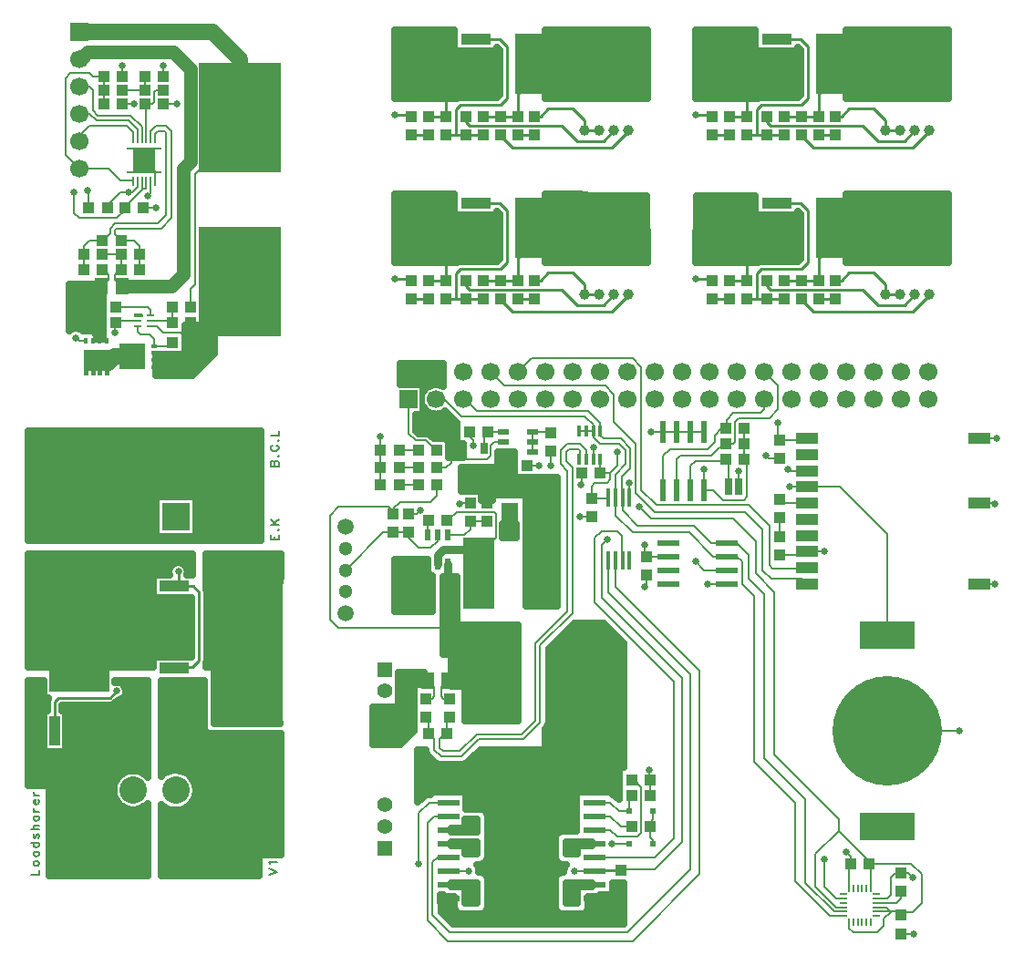
<source format=gtl>
G04 DipTrace 3.0.0.1*
G04 panel.GTL*
%MOIN*%
G04 #@! TF.FileFunction,Copper,L1,Top*
G04 #@! TF.Part,Single*
%AMOUTLINE0*
4,1,16,
-0.047244,0.045472,
0.047244,0.045472,
0.047244,-0.045472,
0.029528,-0.045472,
0.029528,-0.029331,
0.021654,-0.029331,
0.021654,-0.045472,
0.003937,-0.045472,
0.003937,-0.029331,
-0.003937,-0.029331,
-0.003937,-0.045472,
-0.021654,-0.045472,
-0.021654,-0.029331,
-0.029528,-0.029331,
-0.029528,-0.045472,
-0.047244,-0.045472,
-0.047244,0.045472,
0*%
%AMOUTLINE3*
4,1,16,
0.045472,0.047244,
0.045472,-0.047244,
-0.045472,-0.047244,
-0.045472,-0.029528,
-0.029331,-0.029528,
-0.029331,-0.021654,
-0.045472,-0.021654,
-0.045472,-0.003937,
-0.029331,-0.003937,
-0.029331,0.003937,
-0.045472,0.003937,
-0.045472,0.021654,
-0.029331,0.021654,
-0.029331,0.029528,
-0.045472,0.029528,
-0.045472,0.047244,
0.045472,0.047244,
0*%
%AMOUTLINE6*
4,1,12,
0.059055,0.244094,
0.137795,0.244094,
0.137795,-0.244094,
0.059055,-0.244094,
0.059055,-0.314961,
-0.059055,-0.314961,
-0.059055,-0.244094,
-0.137795,-0.244094,
-0.137795,0.244094,
-0.059055,0.244094,
-0.059055,0.314961,
0.059055,0.314961,
0.059055,0.244094,
0*%
%AMOUTLINE9*
4,1,12,
0.064961,0.048228,
0.064961,0.038386,
0.038386,0.038386,
0.038386,-0.038386,
0.064961,-0.038386,
0.064961,-0.048228,
-0.064961,-0.048228,
-0.064961,-0.038386,
-0.038386,-0.038386,
-0.038386,0.038386,
-0.064961,0.038386,
-0.064961,0.048228,
0.064961,0.048228,
0*%
%AMOUTLINE12*
4,1,5,
0.016732,-0.005512,
-0.016732,-0.005512,
-0.016732,0.005512,
0.012795,0.005512,
0.016732,0.001575,
0.016732,-0.005512,
0*%
G04 #@! TA.AperFunction,Conductor*
%ADD14C,0.008*%
%ADD15C,0.02*%
%ADD16C,0.01*%
G04 #@! TA.AperFunction,CopperBalancing*
%ADD17C,0.025*%
G04 #@! TA.AperFunction,Conductor*
%ADD18C,0.03*%
%ADD19C,0.05*%
%ADD20C,0.007874*%
%ADD21C,0.06*%
%ADD23C,0.4*%
%ADD24R,0.2X0.1*%
%ADD25R,0.043307X0.03937*%
%ADD26R,0.03937X0.043307*%
%ADD28R,0.177165X0.082677*%
%ADD29R,0.051181X0.059055*%
%ADD30R,0.062992X0.070866*%
%ADD32R,0.023622X0.023622*%
%ADD33R,0.111024X0.061811*%
G04 #@! TA.AperFunction,ComponentPad*
%ADD34R,0.1X0.1*%
%ADD35C,0.1*%
%ADD36C,0.055118*%
%ADD37R,0.055118X0.055118*%
%ADD38C,0.03937*%
%ADD39R,0.066929X0.066929*%
%ADD40C,0.066929*%
%ADD41R,0.3X0.4*%
%ADD42R,0.03X0.06*%
%ADD43R,0.112205X0.259843*%
%ADD46R,0.108268X0.03937*%
%ADD47R,0.242126X0.218504*%
%ADD49R,0.025591X0.041339*%
%ADD51R,0.03937X0.108268*%
%ADD52R,0.218504X0.242126*%
%ADD55R,0.017717X0.024803*%
%ADD56R,0.024803X0.017717*%
G04 #@! TA.AperFunction,ComponentPad*
%ADD57C,0.051181*%
%ADD58C,0.059055*%
%ADD60R,0.023622X0.043307*%
%ADD61R,0.07874X0.023622*%
%ADD63R,0.043307X0.023622*%
%ADD64R,0.023622X0.07874*%
%ADD66O,0.007874X0.027559*%
%ADD67O,0.027559X0.007874*%
%ADD70R,0.07874X0.03937*%
%ADD71R,0.015748X0.070866*%
%ADD73R,0.017717X0.03937*%
%ADD76O,0.007874X0.033465*%
%ADD78R,0.029528X0.011024*%
%ADD174OUTLINE0*%
%ADD177OUTLINE3*%
%ADD180OUTLINE6*%
%ADD183OUTLINE9*%
%ADD186OUTLINE12*%
%FSLAX26Y26*%
G04*
G70*
G90*
G75*
G01*
G04 Top*
%LPD*%
X1925444Y2160631D2*
D14*
X1960730D1*
X1979478Y2179379D1*
Y2216879D1*
X1993472Y2230874D1*
X2023340D1*
X2170110Y2254354D2*
X2135703D1*
X2123228Y2241879D1*
Y2204381D1*
X2110728Y2191881D1*
X2035728D1*
X2023340Y2204269D1*
Y2230874D1*
X1823228Y2510630D2*
X1923228D1*
X1823228D2*
D15*
X1854478D1*
X1873228Y2491879D1*
Y2360630D1*
X1898228Y2335630D1*
X1948228D1*
X1979478Y2304381D1*
Y2279379D1*
Y2244869D1*
X1993472Y2230874D1*
X1948228Y2316879D2*
Y2335630D1*
X1985728Y2279379D2*
X1979478D1*
X965879Y1726475D2*
D16*
X1035222D1*
X1056234Y1705463D1*
Y1455463D1*
X1031234Y1430463D1*
X965879D1*
Y1426476D1*
X981234Y1780465D2*
Y1726475D1*
X965879D1*
X528970Y1196357D2*
Y1303199D1*
X543734Y1317963D1*
X731234D1*
X756234Y1342963D1*
X2503488Y685451D2*
D14*
X2429656D1*
X2041979D2*
X1968055D1*
X1860728Y710630D2*
Y898130D1*
X1898228Y935630D1*
X1967877D1*
X1968055Y935451D1*
X2503488Y685451D2*
X2595836D1*
X2598228Y687844D1*
X2505881D1*
X2503488Y685451D1*
X2548228Y1898130D2*
X2529478Y1879379D1*
Y1685630D1*
X2823228Y1391879D1*
Y791881D1*
X2723228Y691881D1*
X2602265D1*
X2598228Y687844D1*
X1721014Y2223131D2*
Y2160631D1*
Y2098131D2*
Y2160631D1*
Y2223131D2*
Y2273131D1*
X2048240Y2031543D2*
X2010727D1*
Y2029381D1*
X2194243Y1998131D2*
D17*
X2179478Y2012896D1*
X2194243Y1998131D2*
X2179478Y1983366D1*
Y1941879D1*
X2194243Y1998131D2*
X2210728Y1981646D1*
Y1941879D1*
X2475394Y1385630D2*
D14*
X2516979Y1344045D1*
Y1310630D1*
Y1279379D1*
Y1248130D1*
X2485728D1*
Y1279381D1*
Y1310630D1*
X2454479D1*
Y1279381D1*
Y1248130D1*
X2423228D1*
Y1279381D1*
Y1310630D1*
X1892081Y1660525D2*
X1891975Y1660631D1*
X1848228D1*
X1810727D1*
X1848228D2*
Y1698130D1*
Y1735630D1*
Y1773130D1*
Y1810630D1*
X1810728D1*
Y1773130D1*
Y1735630D1*
Y1698130D1*
X1810727D1*
X2179479Y1910629D2*
X2179478Y1941879D1*
X2210728D2*
Y1910629D1*
X2256713Y2166874D2*
X2298222D1*
X2342009Y2220891D2*
X2341979D1*
Y2166881D1*
X2498524Y2190698D2*
X2498228D1*
Y2235630D1*
X2045997Y2291831D2*
Y2275361D1*
X2060728Y2260630D1*
Y2241881D1*
X2491979Y1981201D2*
X2448228D1*
X2456299Y2141881D2*
Y2099951D1*
X2454478Y2098130D1*
X2706693Y960630D2*
Y1016879D1*
X2704478D1*
Y1054381D1*
X2754478Y2291929D2*
X2804478D1*
X2854478D1*
X2904478D1*
X2754478D2*
Y2291881D1*
X2710728D1*
X3029609Y2091833D2*
X3029478D1*
Y2148130D1*
X3179621Y2193676D2*
X3140181D1*
X3129478Y2204379D1*
X3179621Y1841811D2*
X3267974D1*
X3279631Y1853469D1*
X3342890D1*
X3341978Y1854381D1*
X3573228Y1198130D2*
X3835728D1*
X1823227Y1990059D2*
X1852656D1*
X1866978Y2004381D1*
X2691978Y1768701D2*
Y1729379D1*
X2685728Y1723130D1*
X2630364Y2049803D2*
Y2103495D1*
X2629479Y2104379D1*
X2985827Y1735630D2*
X2916979D1*
X3279631Y2148744D2*
X3216364D1*
X3210728Y2154379D1*
X3909552Y2266854D2*
X3973202D1*
X3909552Y2030634D2*
X3965726D1*
X3966979Y2029381D1*
X3909552Y1735358D2*
X3966706Y1735630D1*
X3623228Y677559D2*
X3602657D1*
X3585728Y660630D1*
Y598130D1*
X3571850Y584252D1*
X3534252D1*
X3433858Y621654D2*
Y704724D1*
X3439764Y710630D1*
X3412205Y584252D2*
X3387108D1*
X3341979Y629381D1*
Y729379D1*
X3439764Y710630D2*
Y737845D1*
X3423228Y754381D1*
X3623228Y677559D2*
X3650049D1*
X3666978Y660630D1*
X3623228Y456201D2*
X3668799D1*
X1968055Y735451D2*
X1929301D1*
X1910728Y716879D1*
Y523130D1*
X1973228Y460630D1*
X2623228D1*
X2854478Y691879D1*
Y1404381D1*
X2554478Y1704381D1*
Y1822343D1*
X2553592Y1821457D1*
X2579182D2*
Y1723425D1*
X2885728Y1416879D1*
Y673129D1*
X2641979Y429379D1*
X1966979D1*
X1891978Y504381D1*
Y860630D1*
X1916799Y885451D1*
X1968055D1*
X2503488Y735451D2*
X2723050D1*
X2791978Y804379D1*
Y1379381D1*
X2504478Y1666881D1*
Y1904378D1*
X2529479Y1929379D1*
X2585730D1*
X2604478Y1910631D1*
Y1821752D1*
X2604773Y1821457D1*
X2854478Y2079331D2*
Y2166879D1*
X2873228Y2185630D1*
X2977241D1*
X2983496Y2191885D1*
X2992109Y2091833D2*
Y2183272D1*
X2983496Y2191885D1*
X2503488Y835451D2*
X2560907D1*
X2585728Y810630D1*
X2660728D1*
X2673228Y823130D1*
Y991879D1*
X2648228Y1016879D1*
X2639764D1*
X1858514Y2098131D2*
X1787944D1*
X3534252Y568504D2*
X3606102D1*
X3623228Y585630D1*
Y610630D1*
X3566916Y2793714D2*
D16*
Y2829689D1*
X3521640Y2874965D1*
X3434140D1*
X3405105Y2845929D1*
X3384140D1*
X3566916Y2793714D2*
X3620066D1*
X2934140Y2845929D2*
Y2849965D1*
X2871640D1*
X1892083Y1913776D2*
D14*
Y1962895D1*
X1896013Y1966825D1*
X1929484Y1807476D2*
D18*
Y1841887D1*
X1948228Y1860631D1*
X2073228D1*
Y1773130D1*
X2079478D1*
X1962942Y1966825D2*
D14*
X1966923D1*
X1998228Y1998131D1*
X2135726D1*
X2141978Y1991879D1*
Y1904381D1*
X2098227Y1860630D1*
Y1773130D1*
X2079478D1*
X1823227Y1923130D2*
X1766978D1*
X1929484Y1913776D2*
X1929478Y1913769D1*
Y1891879D1*
X1904479Y1866881D1*
X1860727D1*
X1823227Y1904381D1*
Y1923130D1*
X1591978Y1785630D2*
X1729478Y1923130D1*
X1766978D1*
X2048240Y1964614D2*
X2110747D1*
X1966886Y1913776D2*
X2026374D1*
X2048240Y1935642D1*
Y1964614D1*
X3726365Y2793714D2*
D16*
Y2792188D1*
X3665391Y2731214D1*
X3302891D1*
X3259140Y2774965D1*
Y2779000D1*
X3134140Y2845929D2*
Y2824965D1*
X3146640Y2812465D1*
X3484139D1*
X3540390Y2756214D1*
X3635715D1*
X3673215Y2793714D1*
X1885730Y1315503D2*
D14*
X1909350D1*
X1916978Y1323130D1*
Y1357138D1*
X1892079Y1382037D1*
X1962945Y1188287D2*
Y1238289D1*
X1973230Y1248573D1*
X1962945Y1188287D2*
X1957136D1*
X1935728Y1166879D1*
Y1135630D1*
X1948228Y1123130D1*
X2010728D1*
X2073228Y1185630D1*
X2235728D1*
X2285728Y1235630D1*
Y1516881D1*
X2404478Y1635630D1*
Y2148130D1*
X2379478Y2173130D1*
Y2223129D1*
X2404479Y2248130D1*
X2448228D1*
X2473228Y2223130D1*
Y2190993D1*
X2472933Y2190698D1*
X1896016Y1188287D2*
Y1238287D1*
X1885730Y1248573D1*
X1896016Y1188287D2*
Y1187841D1*
X1916978Y1166879D1*
Y1129381D1*
X1941978Y1104381D1*
X2016979D1*
X2079479Y1166881D1*
X2241979D1*
X2304478Y1229379D1*
Y1510629D1*
X2423228Y1629379D1*
Y2160630D1*
X2398228Y2185630D1*
Y2216879D1*
X2410728Y2229379D1*
X2441979D1*
X2448228Y2223130D1*
Y2191584D1*
X2447343Y2190698D1*
X1823228Y2410630D2*
Y2285630D1*
X1848228Y2260630D1*
X1885728D1*
X1923228Y2223130D1*
Y2225346D1*
X1925444Y2223131D1*
X2996640Y2779000D2*
D16*
X2934140D1*
X3321640D2*
X3384140D1*
X3059140Y2845929D2*
Y2899965D1*
X3106877Y2947701D1*
X3168786D1*
X2996640Y2845929D2*
X3059140D1*
X2466916Y2793714D2*
Y2829689D1*
X2421640Y2874965D1*
X2334140D1*
X2305105Y2845929D1*
X2284140D1*
X2466916Y2793714D2*
X2520066D1*
X1834140Y2845929D2*
Y2849965D1*
X1771640D1*
X2626365Y2793714D2*
Y2792188D1*
X2565391Y2731214D1*
X2202891D1*
X2159140Y2774965D1*
Y2779000D1*
X2034140Y2845929D2*
Y2824965D1*
X2046640Y2812465D1*
X2384139D1*
X2440390Y2756214D1*
X2535715D1*
X2573215Y2793714D1*
X1896640Y2779000D2*
X1834140D1*
X2716535Y785630D2*
D14*
Y798573D1*
X2706693Y808416D1*
Y848130D1*
Y862844D1*
X2716979Y873130D1*
Y903937D1*
X2716535Y904381D1*
X2629921D2*
Y950787D1*
X2639764Y960630D1*
X2629921Y904381D2*
X2591978D1*
X2560907Y935451D1*
X2503488D1*
Y885451D2*
X2560907D1*
X2598228Y848130D1*
X2639764D1*
X2221640Y2779000D2*
D16*
X2284140D1*
X1973230Y1315503D2*
D14*
X1949605D1*
X1941978Y1323130D1*
Y1357133D1*
X1966882Y1382037D1*
X1968055Y635451D2*
X2035550D1*
X2035728Y635630D1*
X2066978D1*
Y604381D1*
Y573130D1*
X2035728Y635630D2*
Y604381D1*
Y573130D1*
X2503488Y635451D2*
X2435907D1*
X2435728Y635630D1*
X2404478D1*
X2435728D2*
Y604381D1*
Y573130D1*
X2404478Y635630D2*
Y604381D1*
Y573130D1*
X2404479D1*
X2116978Y1241879D2*
X2148228D1*
X1966886Y1807476D2*
D18*
Y1752063D1*
X1962949Y1748126D1*
X1966885Y1660525D2*
D14*
X1960728Y1654369D1*
Y1579379D1*
X1954479Y1573130D1*
X1566979D1*
X1535728Y1604381D1*
Y1985630D1*
X1566979Y2016881D1*
X1748228D1*
X1766978Y1998131D1*
Y1990059D1*
Y1998131D2*
Y2010629D1*
X1791979Y2035630D1*
X1904478D1*
X1925444Y2056596D1*
Y2098131D1*
X2629921Y785630D2*
X2566978D1*
X1959140Y2845929D2*
D16*
Y2899965D1*
X2006877Y2947701D1*
X2068786D1*
X1896640Y2845929D2*
X1959140D1*
X2112927Y2291831D2*
D14*
X2098143Y2277047D1*
Y2230874D1*
X2112927Y2291831D2*
X2113001Y2291756D1*
X2170110D1*
X2276409Y2216953D2*
Y2254354D1*
Y2291756D1*
X2338073D1*
X2342009Y2287820D1*
X2096640Y2779000D2*
D16*
X2071640D1*
X2034140D1*
X1996640D1*
X1959140D1*
X2068786Y3127228D2*
X2156877D1*
X2184140Y3099965D1*
Y2912465D1*
X2159140Y2887465D1*
X2013747D1*
X1996640Y2870358D1*
Y2779000D1*
X2221640Y2845929D2*
Y2926539D1*
X2332566Y3037465D1*
X2221640Y2845929D2*
X2159140D1*
X2096640D1*
X3566916Y3393714D2*
Y3429689D1*
X3521640Y3474965D1*
X3434140D1*
X3405105Y3445929D1*
X3384140D1*
X3566916Y3393714D2*
X3620066D1*
X2934140Y3445929D2*
Y3449965D1*
X2871640D1*
X3726365Y3393714D2*
Y3392188D1*
X3665391Y3331214D1*
X3302891D1*
X3259140Y3374965D1*
Y3379000D1*
X3134140Y3445929D2*
Y3424965D1*
X3146640Y3412465D1*
X3484139D1*
X3540390Y3356214D1*
X3635715D1*
X3673215Y3393714D1*
X2996640Y3379000D2*
X2934140D1*
X3321640D2*
X3384140D1*
X3059140Y3445929D2*
Y3499965D1*
X3106877Y3547701D1*
X3168786D1*
X2996640Y3445929D2*
X3059140D1*
X3196640Y3379000D2*
X3171640D1*
X3134140D1*
X3096640D1*
X3059140D1*
X3168786Y3727228D2*
X3256877D1*
X3284140Y3699965D1*
Y3512465D1*
X3259140Y3487465D1*
X3113747D1*
X3096640Y3470358D1*
Y3379000D1*
X3321640Y3445929D2*
Y3526539D1*
X3432566Y3637465D1*
X3321640Y3445929D2*
X3259140D1*
X3196640D1*
X2466916Y3393714D2*
Y3429689D1*
X2421640Y3474965D1*
X2334140D1*
X2305105Y3445929D1*
X2284140D1*
X2466916Y3393714D2*
X2520066D1*
X1834140Y3445929D2*
Y3449965D1*
X1771640D1*
X2626365Y3393714D2*
Y3392188D1*
X2565391Y3331214D1*
X2202891D1*
X2159140Y3374965D1*
Y3379000D1*
X1858514Y2160631D2*
D14*
X1787944D1*
X1858514Y2223131D2*
X1787944D1*
X2034140Y3445929D2*
D16*
Y3424965D1*
X2046640Y3412465D1*
X2384139D1*
X2440390Y3356214D1*
X2535715D1*
X2573215Y3393714D1*
X1896640Y3379000D2*
X1834140D1*
X2221640D2*
X2284140D1*
X1959140Y3445929D2*
Y3499965D1*
X2006877Y3547701D1*
X2068786D1*
X1896640Y3445929D2*
X1959140D1*
X2096640Y3379000D2*
X2071640D1*
X2034140D1*
X1996640D1*
X1959140D1*
X2068786Y3727228D2*
X2156877D1*
X2184140Y3699965D1*
Y3512465D1*
X2159140Y3487465D1*
X2013747D1*
X1996640Y3470358D1*
Y3379000D1*
X2221640Y3445929D2*
Y3526539D1*
X2332566Y3637465D1*
X2221640Y3445929D2*
X2159140D1*
X2096640D1*
X775260Y2823713D2*
D14*
X750358Y2848614D1*
Y2867461D1*
X769109Y2886211D1*
X773146D1*
Y2942463D1*
X702575D1*
X619112Y3654963D2*
D19*
X625362D1*
X650361Y3679962D1*
X962862D1*
X1025360Y3617465D1*
Y3279962D1*
X1000360Y3254962D1*
Y2867461D1*
X956612Y2823713D1*
X775260D1*
X927573Y3492459D2*
D14*
Y3492463D1*
X975360D1*
X927573Y3592462D2*
Y3629963D1*
X925358D1*
X777576Y3592465D2*
X775361Y3594680D1*
Y3629962D1*
X875360Y3254963D2*
X865986Y3264337D1*
Y3276836D1*
X856609Y3286213D1*
X875360Y3304963D1*
Y3317462D1*
X856609Y3286213D2*
X875360D1*
X856609D2*
X837860Y3304962D1*
Y3317462D1*
X856609Y3286213D2*
X837860D1*
X856609D2*
X837860Y3267463D1*
Y3254963D1*
X856609Y3286213D2*
X875360Y3267462D1*
Y3254963D1*
X852575Y3111213D2*
X900361D1*
X654395D2*
Y3173713D1*
X650361D1*
X895979Y3208457D2*
Y3246843D1*
X856609Y3286213D1*
X869109Y3154963D2*
X880231Y3166085D1*
Y3208457D1*
X800361Y3167462D2*
X812860D1*
X832987Y3187589D1*
Y3208457D1*
X721324Y3111213D2*
X725360D1*
Y3123711D1*
X769110Y3167462D1*
X800361D1*
X777576Y3492463D2*
X819110D1*
X894354Y2605849D2*
X949031D1*
X960646Y2617463D1*
X833971Y2679028D2*
Y2658853D1*
X844112Y2648713D1*
X875361D1*
X894109Y2629965D1*
Y2606094D1*
X894354Y2605849D1*
X833971Y2698713D2*
X758824D1*
X752573Y2692462D1*
X643222Y2623959D2*
X618862D1*
X606609Y2636213D1*
X750358Y2654963D2*
Y2690247D1*
X752573Y2692462D1*
X1968055Y785451D2*
X2035550D1*
X2035728Y785630D1*
X2066979D1*
Y748130D1*
X2035728Y785630D2*
Y748130D1*
X1968055Y835451D2*
X2035550D1*
X2035728Y835630D1*
X2066978D1*
Y866879D1*
X2035728Y835630D2*
Y866879D1*
X2503488Y785451D2*
X2435907D1*
X2435728Y785630D1*
X2404479D1*
Y754381D1*
X2435728D1*
X1027575Y2617463D2*
Y2692462D1*
X1056608D1*
X1206609Y2842463D1*
X879247Y2679028D2*
X901294D1*
X925358Y2654963D1*
X990075D1*
X1027575Y2617463D1*
X860644Y3592462D2*
Y3542461D1*
X777576Y3542463D2*
X860644D1*
X710647Y3592465D2*
X669109D1*
X656610Y3604963D1*
X587858D1*
X569109Y3586214D1*
Y3304966D1*
X619112Y3254963D1*
X725361D1*
X769112Y3211213D1*
X814483D1*
D20*
X817239Y3208457D1*
X710647Y3592465D2*
D14*
Y3492463D1*
Y3542463D2*
Y3492463D1*
X927573Y3542461D2*
X900358D1*
X894112Y3536214D1*
Y3498714D1*
X887857Y3492459D1*
X860644D1*
X864483Y3363969D2*
Y3492459D1*
X860644D1*
X681608Y2544038D2*
D21*
X726936D1*
X750361Y2567463D1*
X814433D1*
X960646Y2748713D2*
D14*
Y2692462D1*
X879247Y2698713D2*
X954395D1*
X960646Y2692462D1*
X817239Y3363969D2*
Y3388084D1*
X794110Y3411213D1*
X656610D1*
X619112Y3373714D1*
Y3354963D1*
X879247Y2718398D2*
Y2738575D1*
X869109Y2748713D1*
X752573D1*
X832987Y3363969D2*
Y3397337D1*
X800361Y3429963D1*
X681610D1*
X656610Y3454963D1*
X619112D1*
X848735Y3363969D2*
Y3406588D1*
X806610Y3448713D1*
X687861D1*
X669110Y3467463D1*
Y3542465D1*
X656612Y3554963D1*
X619112D1*
X3279631Y2030634D2*
X3195241D1*
X3179621Y2046255D1*
Y1908740D2*
Y1979325D1*
X2223228Y2510630D2*
X2273228Y2560630D1*
X2641979D1*
X2673228Y2529381D1*
Y2079381D1*
X2729479Y2023130D1*
X3066979D1*
X3141978Y1948131D1*
Y1804381D1*
X3154478Y1791881D1*
X3277098D1*
X3279631Y1794413D1*
X2023228Y2410630D2*
X2029478D1*
X2073228Y2366879D1*
X2479479D1*
X2523228Y2323130D1*
Y2293946D1*
X2524114Y2293060D1*
X2523228Y2292175D2*
Y2279381D1*
X2535728Y2266881D1*
X2598228D1*
X2634421Y2230688D1*
Y2159323D1*
X2604478Y2129379D1*
Y2050098D1*
X2604773Y2049803D1*
Y2004084D1*
X2660727Y1948130D1*
X2866978D1*
X2929478Y1885630D1*
X2985827D1*
X3412205Y537008D2*
X3378101D1*
X3273381Y641728D1*
Y947966D1*
X3123228Y1098118D1*
Y1698130D1*
X3066978Y1754381D1*
Y1841881D1*
X3023228Y1885630D1*
X2985827D1*
X2804478Y2079331D2*
Y2191879D1*
X2816978Y2204379D1*
X2929478D1*
X2960728Y2235630D1*
X2971177D1*
X2983646Y2248098D1*
X3010697D1*
X3016978Y2254379D1*
Y2329379D1*
X3029479Y2341881D1*
X3141979D1*
X3173228Y2373130D1*
Y2460630D1*
X3123228Y2510630D1*
X2447343Y2293060D2*
X2472933D1*
X2498524D1*
X1923228Y2410630D2*
X1954478D1*
X2016978Y2348130D1*
X2466979D1*
X2498228Y2316881D1*
Y2293356D1*
X2498524Y2293060D2*
Y2272835D1*
X2523228Y2248130D1*
X2591979D1*
X2616979Y2223130D1*
Y2173130D1*
X2579478Y2135629D1*
Y2050098D1*
X2579182Y2049803D1*
Y1985925D1*
X2641978Y1923130D1*
X2848228D1*
X2935728Y1835630D1*
X2985827D1*
X3412205Y521260D2*
X3362598D1*
X3235877Y647982D1*
Y935465D1*
X3085861Y1085480D1*
Y1691747D1*
X3041978Y1735630D1*
Y1816881D1*
X3023228Y1835630D1*
X2985827D1*
X3123228Y2410630D2*
Y2373130D1*
X3110728Y2360630D1*
X3010728D1*
X2985728Y2335630D1*
Y2302272D1*
X2983646Y2304354D1*
X2966953D1*
X2941978Y2279379D1*
Y2254379D1*
X2916978Y2229379D1*
X2779478D1*
X2754478Y2204379D1*
Y2079331D1*
X840075Y2886211D2*
Y2942463D1*
Y2971495D1*
X819106Y2992463D1*
X771323D1*
X880231Y3363969D2*
Y3391083D1*
X900361Y3411213D1*
X937860D1*
X956608Y3392465D1*
Y3073711D1*
X919110Y3036214D1*
X756612D1*
X750358Y3029961D1*
Y3013428D1*
X771323Y2992463D1*
X635646Y2886211D2*
Y2942463D1*
Y2971499D1*
X656610Y2992463D1*
X704394D1*
X895979Y3363969D2*
D20*
Y3381831D1*
D14*
X906612Y3392463D1*
X931612D1*
X937861Y3386214D1*
Y3086214D1*
X906609Y3054962D1*
X750358D1*
X731609Y3036213D1*
Y3017463D1*
X706609Y2992463D1*
X704394D1*
X2123228Y2510630D2*
X2173228Y2460630D1*
X2541979D1*
X2573228Y2429381D1*
Y2329379D1*
X2654478Y2248130D1*
Y2066881D1*
X2723228Y1998130D1*
X3054479D1*
X3116978Y1935631D1*
Y1785630D1*
X3148227Y1754381D1*
X3260609D1*
X3279631Y1735358D1*
X1006234Y1367963D2*
D16*
Y1355463D1*
X731234Y1280463D2*
Y1267963D1*
X756234Y1242963D1*
X2985827Y1785630D2*
D14*
X2904479D1*
X2873228Y1816881D1*
X3216979Y2091881D2*
X3277440D1*
X3279631Y2089689D1*
X3400419D1*
X3573228Y1916879D1*
Y1548130D1*
X1027575Y2748713D2*
Y2813428D1*
X1044109Y2829962D1*
Y3236213D1*
X1206609Y3398713D1*
Y3442463D1*
X848735Y3208457D2*
D20*
Y3179963D1*
X864483D1*
Y3208457D1*
X619102Y3754963D2*
D21*
X1106660D1*
X1206609Y3655014D1*
Y3442463D1*
X600358Y3167462D2*
D14*
Y3092465D1*
X619109Y3073714D1*
X756614D1*
X785646Y3102745D1*
Y3111213D1*
X848735Y3208457D2*
Y3178337D1*
X785646Y3115248D1*
Y3111213D1*
X700457Y2823713D2*
X725360Y2848615D1*
Y2867463D1*
X706612Y2886211D1*
X702575D1*
X2524114Y2190698D2*
Y2142766D1*
X2523228Y2141881D1*
X2585728Y2216879D2*
Y2166879D1*
X2560728Y2141879D1*
Y2116879D1*
X2548228Y2104379D1*
X2504478D1*
X2491979Y2091881D1*
Y2048130D1*
X2551919D1*
X2553592Y2049803D1*
X2523228Y2141881D2*
X2560728Y2141879D1*
X2904478Y2079331D2*
X2935778D1*
X2973228Y2041881D1*
X3048228D1*
X3060728Y2054381D1*
Y2181581D1*
X3050425Y2191885D1*
Y2247949D1*
X3050575Y2248098D1*
Y2304354D1*
X3173228Y2323130D2*
Y2266997D1*
X3179621Y2260605D1*
X3273382D1*
X3279631Y2266854D1*
X2904478Y2154379D2*
Y2079331D1*
X2685728Y1879381D2*
Y1841879D1*
X2691978Y1835630D1*
X2773228D1*
X3512598Y621654D2*
Y704724D1*
X3506693Y710630D1*
X3534252Y537008D2*
X3584350D1*
X3585728D1*
X3609350D1*
X3623228Y523130D1*
X3534252Y552756D2*
X3568602D1*
X3584350Y537008D1*
X3506693Y710630D2*
X3660728D1*
X3698228Y673130D1*
Y566881D1*
X3666978Y535630D1*
X3635728D1*
X3623228Y523130D1*
X3585728Y537008D2*
Y535630D1*
X3560728Y510630D1*
Y485630D1*
X3535728Y460630D1*
X3448228D1*
X3433858Y475000D1*
Y499606D1*
X3412205Y552756D2*
X3387353D1*
X3310728Y629381D1*
Y748130D1*
X3395104Y832505D1*
X3506693Y720916D1*
Y710630D1*
X3395104Y832505D2*
Y876248D1*
X3160728Y1110623D1*
Y1704379D1*
X3091978Y1773130D1*
Y1891881D1*
X3010728Y1973130D1*
X2710730D1*
X2666979Y2016881D1*
X3196640Y2779000D2*
D16*
X3171640D1*
X3134140D1*
X3096640D1*
X3059140D1*
X3168786Y3127228D2*
X3256877D1*
X3284140Y3099965D1*
Y2912465D1*
X3259140Y2887465D1*
X3113747D1*
X3096640Y2870358D1*
Y2779000D1*
X3321640Y2845929D2*
Y2926539D1*
X3432566Y3037465D1*
X3321640Y2845929D2*
X3259140D1*
X3196640D1*
D17*
X981234Y1780465D3*
X756234Y1342963D3*
X2429656Y685451D3*
X2041979D3*
X1860728Y710630D3*
X2548228Y1898130D3*
X1721014Y2273131D3*
X2010727Y2029381D3*
X2179478Y1941879D3*
X2210728D3*
X2298222Y2166874D3*
X2341979Y2166881D3*
X2498228Y2235630D3*
X2060728Y2241881D3*
X2448228Y1981201D3*
X2454478Y2098130D3*
X2704478Y1054381D3*
X2710728Y2291881D3*
X3029478Y2148130D3*
X3129478Y2204379D3*
X3341978Y1854381D3*
X3835728Y1198130D3*
X1866978Y2004381D3*
X2685728Y1723130D3*
X2629479Y2104379D3*
X2916979Y1735630D3*
X3210728Y2154379D3*
X3973202Y2266854D3*
X3966979Y2029381D3*
X3966706Y1735630D3*
X3341979Y729379D3*
X3423228Y754381D3*
X3666978Y660630D3*
X3668799Y456201D3*
X2871640Y2849965D3*
X1771640D3*
X2566978Y785630D3*
X2871640Y3449965D3*
X1771640D3*
X975360Y3492463D3*
X925358Y3629963D3*
X775361Y3629962D3*
X900361Y3111213D3*
X650361Y3173713D3*
X819110Y3492463D3*
X606609Y2636213D3*
X750358Y2654963D3*
X1006234Y1367963D3*
X731234Y1280463D3*
X2873228Y1816881D3*
X3216979Y2091881D3*
X600358Y3167462D3*
X2585728Y2216879D3*
X3173228Y2323130D3*
X2904478Y2154379D3*
X2685728Y1879381D3*
X2666979Y2016881D3*
X2116978Y1304379D3*
X2148228D3*
X2179479D3*
X2210728D3*
X2035728Y835630D3*
X2210728Y1273130D3*
X2179479D3*
X2116978D3*
X2148228D3*
X2210728Y1241881D3*
X2179479D3*
X2148228Y1241879D3*
X2066978Y835630D3*
Y866879D3*
X2035728D3*
Y785630D3*
X2066979D3*
Y748130D3*
X2035728D3*
Y635630D3*
X2066978D3*
X2035728Y604381D3*
X2066978D3*
X2035728Y573130D3*
X2066978D3*
X2404478Y635630D3*
X2435728D3*
X2404478Y604381D3*
X2435728D3*
X2404479Y573130D3*
X2435728D3*
X2116978Y1241879D3*
X2423228Y1310630D3*
X2454479D3*
X2485728D3*
X2516979D3*
Y1279379D3*
X2485728Y1279381D3*
X2423228D3*
X2454479D3*
X2423228Y1248130D3*
X2454479D3*
X2485728D3*
X2516979D3*
X1848228Y1773130D3*
Y1735630D3*
Y1698130D3*
X1810727D3*
X1848228Y1660631D3*
X1810727D3*
X2179479Y1910629D3*
X2210728D3*
X1810728Y1735630D3*
Y1773130D3*
Y1810630D3*
X1848228D3*
X1985728Y2316879D3*
X1948228D3*
Y2279379D3*
X1985728D3*
X2435728Y785630D3*
X2404479D3*
Y754381D3*
X2435728D3*
X893734Y1780465D3*
X869109Y3154963D3*
X800361Y3167462D3*
X837860Y3317462D3*
Y3286213D3*
Y3254963D3*
X875360D3*
Y3286213D3*
Y3317462D3*
X2032018Y848091D2*
X2070768D1*
X1979493Y841657D2*
Y829157D1*
X2073293Y829202D1*
X2073256Y873001D1*
X2029499Y872959D1*
X2029345Y852251D1*
X2028136Y848531D1*
X2025837Y845367D1*
X2022673Y843068D1*
X2018954Y841860D1*
X1979450Y841706D1*
X2033434Y766832D2*
X2070768D1*
X2028866Y770762D2*
X2030925D1*
Y747959D1*
X2073256Y747944D1*
Y791743D1*
X1979457Y791701D1*
X1979493Y779152D1*
X2018954Y779043D1*
X2022673Y777835D1*
X2025837Y775535D1*
X2028136Y772371D1*
X2028549Y771476D1*
X2400812Y766832D2*
X2438097D1*
X2440618Y747944D2*
Y770762D1*
X2442718D1*
X2444432Y774045D1*
X2447197Y776810D1*
X2450682Y778585D1*
X2454545Y779197D1*
X2492093D1*
X2492050Y791745D1*
X2398251Y791701D1*
X2398287Y747902D1*
X2440621Y747944D1*
X2033434Y616816D2*
X2070768D1*
X2033434Y591948D2*
X2070768D1*
X2033434Y567079D2*
X2070768D1*
X2028769Y620762D2*
X2030925D1*
Y566710D1*
X2073256Y566675D1*
Y641723D1*
X1979450Y641685D1*
X1979493Y629136D1*
X2018954Y629028D1*
X2022673Y627819D1*
X2025837Y625520D1*
X2028136Y622356D1*
X2028549Y621461D1*
X2400787Y616816D2*
X2438097D1*
X2400787Y591948D2*
X2438097D1*
X2400787Y567079D2*
X2438097D1*
X2440618Y566693D2*
Y620762D1*
X2442718D1*
X2444432Y624029D1*
X2447197Y626794D1*
X2450682Y628570D1*
X2454545Y629181D1*
X2492093D1*
X2492050Y641730D1*
X2398245Y641685D1*
X2398287Y566675D1*
X2440621D1*
X1788252Y1385761D2*
X1876953D1*
X1788252Y1360892D2*
X1839503D1*
X1788252Y1336024D2*
X1839503D1*
X1788252Y1311155D2*
X1839503D1*
X1788252Y1286286D2*
X1839503D1*
X1694503Y1261417D2*
X1839503D1*
X1694503Y1236549D2*
X1839503D1*
X1694503Y1211680D2*
X1839503D1*
X1694503Y1186811D2*
X1829248D1*
X1694503Y1161942D2*
X1804346D1*
X1692026Y1148130D2*
X1793028D1*
X1841974Y1197052D1*
X1842133Y1356335D1*
X1843341Y1360054D1*
X1845640Y1363218D1*
X1848804Y1365517D1*
X1852524Y1366726D1*
X1879430Y1366879D1*
X1879478Y1410678D1*
X1785777Y1410630D1*
X1785575Y1296175D1*
X1784366Y1292455D1*
X1782067Y1289291D1*
X1778903Y1286992D1*
X1775184Y1285783D1*
X1735728Y1285630D1*
X1691929D1*
X1691978Y1148178D1*
X1950753Y1735761D2*
X1995703D1*
X1950753Y1710892D2*
X1995703D1*
X1950753Y1686024D2*
X1995703D1*
X1950753Y1661155D2*
X1995703D1*
X1950753Y1636286D2*
X1995703D1*
X1950753Y1611417D2*
X1995703D1*
X1950753Y1586549D2*
X1995753D1*
X1950753Y1561680D2*
X2220703D1*
X1950753Y1536811D2*
X2220703D1*
X1950753Y1511942D2*
X2220703D1*
X1950753Y1487073D2*
X2220703D1*
X1981954Y1462205D2*
X2220703D1*
X1981954Y1437336D2*
X2220703D1*
X1981954Y1412467D2*
X2220703D1*
X1981954Y1387598D2*
X2220703D1*
X1981954Y1362730D2*
X2220703D1*
X2031514Y1337861D2*
X2220703D1*
X2031612Y1312992D2*
X2220703D1*
X2031710Y1288123D2*
X2220703D1*
X2031807Y1263255D2*
X2220703D1*
X2031906Y1238386D2*
X2220703D1*
X1979478Y1454381D2*
X1979572Y1360534D1*
X2018516Y1360083D1*
X2022226Y1358846D1*
X2025371Y1356524D1*
X2027647Y1353341D1*
X2028827Y1349613D1*
X2029172Y1297804D1*
X2029479Y1235630D1*
X2223180D1*
X2223228Y1585581D1*
X2008773Y1585783D1*
X2005054Y1586992D1*
X2001890Y1589291D1*
X1999591Y1592455D1*
X1998382Y1596175D1*
X1998228Y1635630D1*
Y1760581D1*
X1948277Y1760630D1*
X1948228Y1479429D1*
X1968933Y1479227D1*
X1972652Y1478018D1*
X1975816Y1475719D1*
X1978115Y1472555D1*
X1979324Y1468836D1*
X1979478Y1454381D1*
X2406465Y1567011D2*
X2558740D1*
X2381612Y1542142D2*
X2583594D1*
X2356759Y1517273D2*
X2608252D1*
X2337471Y1492404D2*
X2608252D1*
X2337471Y1467535D2*
X2608252D1*
X2337471Y1442667D2*
X2608252D1*
X2337471Y1417798D2*
X2608252D1*
X2337471Y1392929D2*
X2608252D1*
X2337471Y1368060D2*
X2608252D1*
X2337471Y1343192D2*
X2608252D1*
X2337471Y1318323D2*
X2608252D1*
X2337471Y1293454D2*
X2608252D1*
X2337471Y1268585D2*
X2608252D1*
X2337471Y1243717D2*
X2608252D1*
X2335615Y1218848D2*
X2608252D1*
X2325752Y1193979D2*
X2608252D1*
X2325752Y1169110D2*
X2608252D1*
X2325752Y1144241D2*
X2608252D1*
X1857197Y1119373D2*
X1885693D1*
X2077608D2*
X2608252D1*
X1857441Y1094504D2*
X1906251D1*
X2052705D2*
X2608252D1*
X1857636Y1069635D2*
X2608252D1*
X1857881Y1044766D2*
X2589112D1*
X1858125Y1019898D2*
X2589112D1*
X1858369Y995029D2*
X2589112D1*
X1858613Y970160D2*
X1899707D1*
X2036396D2*
X2435108D1*
X2571846D2*
X2589080D1*
X2036396Y945291D2*
X2435108D1*
X2036396Y920423D2*
X2435108D1*
X2112764Y895554D2*
X2435108D1*
X2114766Y870685D2*
X2435108D1*
X2114766Y845816D2*
X2435108D1*
X2114766Y820948D2*
X2362744D1*
X2114766Y796079D2*
X2356787D1*
X2114766Y771210D2*
X2356787D1*
X2114766Y746341D2*
X2356787D1*
X2110762Y721472D2*
X2360791D1*
X2081856Y696604D2*
X2389795D1*
X2108125Y671735D2*
X2363428D1*
X2114766Y646866D2*
X2356787D1*
X2114766Y621997D2*
X2356787D1*
X2571846D2*
X2608252D1*
X2114766Y597129D2*
X2356787D1*
X2524923D2*
X2608252D1*
X1943720Y572260D2*
X1987988D1*
X2114766D2*
X2356787D1*
X2483516D2*
X2608252D1*
X1943720Y547391D2*
X1988867D1*
X2113887D2*
X2357667D1*
X2482636D2*
X2608252D1*
X1956953Y522522D2*
X2608252D1*
X1981807Y497654D2*
X2608252D1*
X2591618Y947900D2*
Y1063056D1*
X2610710D1*
X2610728Y1517516D1*
X2536360Y1591875D1*
X2428844Y1591879D1*
X2334961Y1497988D1*
X2334875Y1226987D1*
X2333478Y1219957D1*
X2330476Y1213448D1*
X2326039Y1207818D1*
X2323243Y1205021D1*
X2323075Y1139924D1*
X2321866Y1136205D1*
X2319567Y1133041D1*
X2316403Y1130741D1*
X2312684Y1129533D1*
X2273228Y1129379D1*
X2085093D1*
X2036782Y1081194D1*
X2030823Y1077211D1*
X2024097Y1074731D1*
X2016979Y1073888D1*
X1939585Y1073983D1*
X1932555Y1075381D1*
X1926046Y1078382D1*
X1920416Y1082819D1*
X1893791Y1109577D1*
X1889808Y1115538D1*
X1887328Y1122262D1*
X1886579Y1126997D1*
X1879479Y1129379D1*
X1854626D1*
X1856412Y936976D1*
X1878425Y958816D1*
X1884386Y962799D1*
X1891110Y965280D1*
X1898228Y966122D1*
X1902184D1*
X1902193Y973755D1*
X2033917D1*
Y911987D1*
X2087835Y911870D1*
X2093942Y910655D1*
X2099598Y908047D1*
X2104488Y904192D1*
X2108344Y899302D1*
X2110951Y893646D1*
X2112167Y887538D1*
Y814623D1*
X2111516Y810386D1*
X2112248Y804201D1*
X2112167Y733365D1*
X2110951Y727257D1*
X2108344Y721601D1*
X2104488Y716711D1*
X2099598Y712856D1*
X2093942Y710248D1*
X2087835Y709033D1*
X2073109Y708951D1*
X2076722Y703154D1*
X2079063Y697501D1*
X2080491Y691551D1*
X2080971Y685451D1*
X2080647Y680671D1*
X2089900Y680352D1*
X2095894Y678660D1*
X2101328Y675618D1*
X2105900Y671390D1*
X2109361Y666213D1*
X2111516Y660370D1*
X2112248Y654185D1*
X2112167Y552096D1*
X2110951Y545988D1*
X2108344Y540332D1*
X2104488Y535442D1*
X2099598Y531587D1*
X2093942Y528979D1*
X2087835Y527764D1*
X2014920D1*
X2008812Y528979D1*
X2003156Y531587D1*
X1998266Y535442D1*
X1994411Y540332D1*
X1991803Y545988D1*
X1990588Y552096D1*
X1990507Y590161D1*
X1962849Y590514D1*
X1956856Y592206D1*
X1951421Y595248D1*
X1949782Y596542D1*
X1946417Y597148D1*
X1941193D1*
X1941220Y535776D1*
X1985081Y491900D1*
X2610680Y491881D1*
X2610728Y639684D1*
X2569357Y639698D1*
X2569350Y597148D1*
X2522427D1*
X2518392Y594093D1*
X2512736Y591486D1*
X2506629Y590270D1*
X2481063Y590189D1*
X2480955Y552096D1*
X2479740Y545988D1*
X2477133Y540332D1*
X2473277Y535442D1*
X2468387Y531587D1*
X2462731Y528979D1*
X2456623Y527764D1*
X2383709D1*
X2377601Y528979D1*
X2371945Y531587D1*
X2367055Y535442D1*
X2363199Y540332D1*
X2360592Y545988D1*
X2359377Y552096D1*
Y656264D1*
X2360592Y662371D1*
X2363199Y668028D1*
X2367055Y672917D1*
X2371945Y676773D1*
X2377601Y679381D1*
X2383709Y680596D1*
X2390915Y680677D1*
X2390785Y688511D1*
X2391741Y694554D1*
X2393633Y700373D1*
X2396409Y705824D1*
X2398563Y708944D1*
X2381643Y709278D1*
X2375650Y710969D1*
X2370215Y714011D1*
X2365643Y718239D1*
X2362182Y723416D1*
X2360028Y729259D1*
X2359295Y735444D1*
X2359377Y806280D1*
X2360592Y812387D1*
X2363199Y818043D1*
X2367055Y822933D1*
X2371945Y826789D1*
X2377601Y829396D1*
X2383709Y830612D1*
X2437594Y830693D1*
X2437626Y973755D1*
X2569350D1*
Y964722D1*
X2574749Y962621D1*
X2580710Y958638D1*
X2591618Y947864D1*
X2582474Y957005D1*
X2150752Y2192011D2*
X2208252D1*
X2150752Y2167142D2*
X2208252D1*
X2019503Y2142273D2*
X2208252D1*
X2019503Y2117404D2*
X2364503D1*
X2019503Y2092535D2*
X2364503D1*
X2091719Y2067667D2*
X2364503D1*
X2091719Y2042798D2*
X2126953D1*
X2257003D2*
X2364503D1*
X2257003Y2017929D2*
X2364503D1*
X2257003Y1993060D2*
X2364503D1*
X2257003Y1968192D2*
X2364503D1*
X2257003Y1943323D2*
X2364503D1*
X2257003Y1918454D2*
X2364503D1*
X2257003Y1893585D2*
X2364503D1*
X2257003Y1868717D2*
X2364503D1*
X2257003Y1843848D2*
X2364503D1*
X2257003Y1818979D2*
X2364503D1*
X2257003Y1794110D2*
X2364503D1*
X2257003Y1769241D2*
X2364503D1*
X2257003Y1744373D2*
X2364503D1*
X2257003Y1719504D2*
X2364503D1*
X2257003Y1694635D2*
X2364503D1*
X2257003Y1669766D2*
X2364503D1*
X2215421Y2125888D2*
X2213759D1*
X2213723Y2127512D1*
X2211680Y2130846D1*
X2210766Y2134650D1*
X2210730Y2216831D1*
X2148571Y2216879D1*
X2148228Y2173130D1*
X2147617Y2169268D1*
X2145841Y2165783D1*
X2143076Y2163017D1*
X2139592Y2161241D1*
X2135728Y2160630D1*
X2016979D1*
X2016978Y2074449D1*
X2089226Y2074496D1*
Y2041928D1*
X2129429Y2041881D1*
X2129823Y2051049D1*
X2131320Y2054661D1*
X2133860Y2057635D1*
X2137194Y2059678D1*
X2140997Y2060592D1*
X2243933Y2060476D1*
X2247652Y2059268D1*
X2250816Y2056969D1*
X2253115Y2053804D1*
X2254324Y2050085D1*
X2254478Y2010630D1*
Y1654331D1*
X2366979Y1654381D1*
Y2123081D1*
X2221273Y2123283D1*
X2217554Y2124492D1*
X2215878Y2125520D1*
X1775753Y1798261D2*
X1889454D1*
X1775753Y1773392D2*
X1889454D1*
X1775753Y1748524D2*
X1908203D1*
X1775753Y1723655D2*
X1908203D1*
X1775753Y1698786D2*
X1908203D1*
X1775753Y1673917D2*
X1908203D1*
X1775753Y1649049D2*
X1908203D1*
X1910692Y1764522D2*
X1896373D1*
X1896360Y1769875D1*
X1893820Y1772849D1*
X1892323Y1776462D1*
X1891978Y1779381D1*
Y1823081D1*
X1773277Y1823130D1*
X1773228Y1635678D1*
X1910680Y1635630D1*
X1910728Y1764487D1*
X1896360Y1769875D1*
X1893820Y1772849D1*
X1892323Y1776462D1*
X1891978Y1779385D1*
X2169797Y1929511D2*
X2214454D1*
X2169797Y1904642D2*
X2214454D1*
X2167278Y1954331D2*
X2167277Y1904373D1*
X2216930Y1904379D1*
X2216979Y1954331D1*
X2167320Y1954379D1*
X1794504Y2517012D2*
X1945705D1*
X1794504Y2492143D2*
X1945705D1*
X1794504Y2467274D2*
X1945705D1*
X1851046Y2342930D2*
X1977004D1*
X1851046Y2318062D2*
X1995705D1*
X1853928Y2293193D2*
X1995705D1*
X1916329Y2268324D2*
X1995705D1*
X1970920Y2243455D2*
X2020705D1*
X1970920Y2218587D2*
X2020705D1*
X1791950Y2465395D2*
X1877993D1*
Y2441517D1*
X1884504Y2449354D1*
X1891038Y2454936D1*
X1898366Y2459425D1*
X1906306Y2462714D1*
X1914661Y2464720D1*
X1923228Y2465395D1*
X1931795Y2464720D1*
X1940151Y2462714D1*
X1948223Y2459352D1*
X1948228Y2541832D1*
X1792028Y2541881D1*
X1791979Y2465367D1*
X1877993Y2379799D2*
Y2355865D1*
X1848550D1*
X1848529Y2296129D1*
X1858693Y2285946D1*
X1889686Y2285618D1*
X1895411Y2284004D1*
X1900600Y2281098D1*
X1903618Y2278520D1*
X1915253Y2266885D1*
X1956433Y2266726D1*
X1960152Y2265517D1*
X1961828Y2264490D1*
X1968398Y2264117D1*
Y2198150D1*
X2023277Y2198130D1*
X2023228Y2248081D1*
X2007810Y2248475D1*
X2004197Y2249972D1*
X2001223Y2252512D1*
X1999180Y2255846D1*
X1998266Y2259650D1*
X1998228Y2324180D1*
X1955812Y2366618D1*
X1948091Y2361835D1*
X1940151Y2358546D1*
X1931795Y2356539D1*
X1923228Y2355865D1*
X1914661Y2356539D1*
X1906306Y2358546D1*
X1898366Y2361835D1*
X1891038Y2366324D1*
X1884504Y2371906D1*
X1878923Y2378440D1*
X1877999Y2379823D1*
X921259Y1355594D2*
X1073972D1*
X921259Y1330726D2*
X1073972D1*
X921259Y1305857D2*
X1073972D1*
X921259Y1280988D2*
X1073972D1*
X921259Y1256119D2*
X1073972D1*
X921259Y1231251D2*
X1073972D1*
X921259Y1206382D2*
X1074608D1*
X921259Y1181513D2*
X1353709D1*
X921259Y1156644D2*
X1353709D1*
X921259Y1131776D2*
X1353709D1*
X921259Y1106907D2*
X1353709D1*
X921259Y1082038D2*
X1353709D1*
X921259Y1057169D2*
X1353709D1*
X1026287Y1032301D2*
X1353709D1*
X1042547Y1007432D2*
X1353709D1*
X1047675Y982563D2*
X1353709D1*
X1044060Y957694D2*
X1353709D1*
X1030144Y932825D2*
X1353709D1*
X921259Y907957D2*
X957127D1*
X986248D2*
X1353709D1*
X921259Y883088D2*
X1353709D1*
X921259Y858219D2*
X1353709D1*
X921259Y833350D2*
X1353709D1*
X921259Y808482D2*
X1353709D1*
X921259Y783613D2*
X1353709D1*
X921259Y758744D2*
X1353709D1*
X921259Y733875D2*
X1273387D1*
X921259Y709007D2*
X1273387D1*
X921259Y684138D2*
X1273387D1*
X1044959Y974697D2*
X1043156Y963304D1*
X1039592Y952336D1*
X1034356Y942059D1*
X1027576Y932728D1*
X1019421Y924573D1*
X1010091Y917794D1*
X999814Y912558D1*
X988845Y908993D1*
X977453Y907190D1*
X965920D1*
X954528Y908993D1*
X943559Y912558D1*
X933282Y917794D1*
X923951Y924573D1*
X918719Y929567D1*
X918734Y668012D1*
X1275911Y667963D1*
X1275867Y744475D1*
X1356190D1*
X1356234Y1188227D1*
X1098140Y1188285D1*
X1092722Y1189362D1*
X1087706Y1191676D1*
X1083367Y1195096D1*
X1079948Y1199434D1*
X1077634Y1204450D1*
X1076556Y1209869D1*
X1076484Y1380512D1*
X918782Y1380463D1*
X918734Y1031391D1*
X923951Y1036353D1*
X933282Y1043133D1*
X943559Y1048369D1*
X954528Y1051933D1*
X965920Y1053736D1*
X977453D1*
X988845Y1051933D1*
X999814Y1048369D1*
X1010091Y1043133D1*
X1019421Y1036353D1*
X1027576Y1028198D1*
X1034356Y1018867D1*
X1039592Y1008591D1*
X1043156Y997622D1*
X1044959Y986230D1*
Y974697D1*
X1083759Y1818096D2*
X1353709D1*
X1083759Y1793227D2*
X1353709D1*
X1083759Y1768358D2*
X1353709D1*
X1083759Y1743490D2*
X1349656D1*
X1084003Y1718621D2*
X1348680D1*
X1087224Y1693752D2*
X1348680D1*
X1087224Y1668883D2*
X1348680D1*
X1087224Y1644014D2*
X1348680D1*
X1087224Y1619146D2*
X1348680D1*
X1087224Y1594277D2*
X1348680D1*
X1087224Y1569408D2*
X1348680D1*
X1087224Y1544539D2*
X1348680D1*
X1087224Y1519671D2*
X1348680D1*
X1087224Y1494802D2*
X1348680D1*
X1087224Y1469933D2*
X1348680D1*
X1085272Y1445064D2*
X1348680D1*
X1115008Y1420196D2*
X1348680D1*
X1115008Y1395327D2*
X1348680D1*
X1115008Y1370458D2*
X1348680D1*
X1115008Y1345589D2*
X1348680D1*
X1115008Y1320720D2*
X1348680D1*
X1115008Y1295852D2*
X1348680D1*
X1115008Y1270983D2*
X1348680D1*
X1115008Y1246114D2*
X1348680D1*
X1353295Y1749409D2*
X1355160Y1756917D1*
X1356239Y1760094D1*
X1356234Y1843012D1*
X1081282Y1842965D1*
X1081234Y1719185D1*
X1083339Y1714270D1*
X1084646Y1707699D1*
X1084734Y1455463D1*
X1083946Y1448810D1*
X1081623Y1442517D1*
X1081234Y1430416D1*
X1101940Y1430310D1*
X1105659Y1429101D1*
X1108823Y1426802D1*
X1111122Y1423638D1*
X1112331Y1419919D1*
X1112484Y1380463D1*
Y1224213D1*
X1351497D1*
X1351201Y1242815D1*
Y1730328D1*
X1351923Y1741837D1*
X1353295Y1749409D1*
X433759Y1355594D2*
X485692D1*
X790106D2*
X866209D1*
X433759Y1330726D2*
X485692D1*
X790252D2*
X866209D1*
X433759Y1305857D2*
X500291D1*
X758807D2*
X866209D1*
X433759Y1280988D2*
X500193D1*
X557781D2*
X866209D1*
X433759Y1256119D2*
X485496D1*
X572479D2*
X866209D1*
X433759Y1231251D2*
X485496D1*
X572479D2*
X866209D1*
X433759Y1206382D2*
X485496D1*
X572479D2*
X866209D1*
X433759Y1181513D2*
X485496D1*
X572479D2*
X866209D1*
X433759Y1156644D2*
X485496D1*
X572479D2*
X866209D1*
X433759Y1131776D2*
X485496D1*
X572479D2*
X866209D1*
X433759Y1106907D2*
X866209D1*
X433759Y1082038D2*
X866209D1*
X433759Y1057169D2*
X866209D1*
X433759Y1032301D2*
X764304D1*
X433759Y1007432D2*
X747264D1*
X511883Y982563D2*
X741991D1*
X511883Y957694D2*
X745701D1*
X511883Y932825D2*
X760252D1*
X511883Y907957D2*
X866209D1*
X511883Y883088D2*
X866209D1*
X511883Y858219D2*
X866209D1*
X511883Y833350D2*
X866209D1*
X511883Y808482D2*
X866209D1*
X511883Y783613D2*
X866209D1*
X511883Y758744D2*
X866209D1*
X511883Y733875D2*
X866209D1*
X511883Y709007D2*
X866209D1*
X511883Y684138D2*
X866209D1*
X868736Y932793D2*
X862087Y926247D1*
X853035Y919671D1*
X843066Y914591D1*
X832425Y911134D1*
X821375Y909383D1*
X810186D1*
X799136Y911134D1*
X788496Y914591D1*
X778526Y919671D1*
X769475Y926247D1*
X761564Y934157D1*
X754988Y943209D1*
X749908Y953178D1*
X746451Y963819D1*
X744701Y974869D1*
Y986058D1*
X746451Y997108D1*
X749908Y1007748D1*
X754988Y1017718D1*
X761564Y1026769D1*
X769475Y1034680D1*
X778526Y1041256D1*
X788496Y1046336D1*
X799136Y1049793D1*
X810186Y1051543D1*
X821375D1*
X832425Y1049793D1*
X843066Y1046336D1*
X853035Y1041256D1*
X862087Y1034680D1*
X868736Y1028134D1*
X868734Y1380415D1*
X749251Y1380463D1*
X749286Y1376084D1*
X756234Y1376764D1*
X764125Y1375829D1*
X771579Y1373079D1*
X778185Y1368665D1*
X783579Y1362831D1*
X787461Y1355898D1*
X789618Y1348251D1*
X789929Y1340311D1*
X788379Y1332518D1*
X785052Y1325303D1*
X780134Y1319063D1*
X773894Y1314144D1*
X766678Y1310818D1*
X759843Y1309381D1*
X746693Y1296686D1*
X741298Y1293665D1*
X735348Y1291987D1*
X731234Y1291663D1*
X555306D1*
X555270Y1271803D1*
X569955Y1271791D1*
Y1120923D1*
X487984D1*
Y1271791D1*
X502682D1*
X502993Y1307314D1*
X504672Y1313264D1*
X506550Y1316948D1*
X499286Y1317773D1*
X488181D1*
Y1380420D1*
X431282Y1380463D1*
X431234Y999458D1*
X509394Y999440D1*
Y667945D1*
X868685Y667963D1*
X868734Y932759D1*
X433759Y1818096D2*
X1028709D1*
X433759Y1793227D2*
X947459D1*
X1015008D2*
X1028697D1*
X433759Y1768358D2*
X947167D1*
X1015301D2*
X1028698D1*
X433759Y1743490D2*
X887938D1*
X433759Y1718621D2*
X887938D1*
X433759Y1693752D2*
X887938D1*
X433759Y1668883D2*
X1027440D1*
X433759Y1644014D2*
X1027440D1*
X433759Y1619146D2*
X1027440D1*
X433759Y1594277D2*
X1027440D1*
X433759Y1569408D2*
X1027440D1*
X433759Y1544539D2*
X1027440D1*
X433759Y1519671D2*
X1027440D1*
X433759Y1494802D2*
X1027440D1*
X433759Y1469933D2*
X1027440D1*
X433759Y1445064D2*
X887938D1*
X902945Y1467462D2*
X1029948D1*
X1029933Y1685492D1*
X890445Y1685490D1*
Y1767461D1*
X950007Y1767530D1*
X947849Y1775177D1*
X947538Y1783117D1*
X949088Y1790909D1*
X952415Y1798125D1*
X957333Y1804365D1*
X963573Y1809283D1*
X970789Y1812610D1*
X978581Y1814160D1*
X986521Y1813849D1*
X994168Y1811692D1*
X1001101Y1807810D1*
X1006936Y1802416D1*
X1011349Y1795810D1*
X1014100Y1788356D1*
X1015034Y1780465D1*
X1014100Y1772573D1*
X1012430Y1767465D1*
X1031217Y1767461D1*
X1031234Y1843012D1*
X431282Y1842965D1*
X431234Y1430416D1*
X890462Y1430463D1*
X890445Y1467462D1*
X902945D1*
X433759Y2268094D2*
X1280223D1*
X433759Y2243226D2*
X1280223D1*
X433759Y2218357D2*
X1280223D1*
X433759Y2193488D2*
X1280223D1*
X433759Y2168619D2*
X1280223D1*
X433759Y2143751D2*
X1280223D1*
X433759Y2118882D2*
X1280223D1*
X433759Y2094013D2*
X1280223D1*
X433759Y2069144D2*
X1280223D1*
X433759Y2044276D2*
X895701D1*
X1047675D2*
X1280223D1*
X433759Y2019407D2*
X895701D1*
X1047675D2*
X1280223D1*
X433759Y1994538D2*
X895701D1*
X1047675D2*
X1280223D1*
X433759Y1969669D2*
X895701D1*
X1047675D2*
X1280223D1*
X433759Y1944801D2*
X895701D1*
X1047675D2*
X1280223D1*
X433759Y1919932D2*
X895701D1*
X1047675D2*
X1280223D1*
X433759Y1895063D2*
X1280223D1*
X910686Y2053963D2*
X1045186D1*
Y1906963D1*
X898186D1*
Y2053963D1*
X910686D1*
X1282734Y1892951D2*
Y2292951D1*
X431282Y2292963D1*
X431234Y1893012D1*
X1282747Y1892965D1*
X2879634Y3137596D2*
X3088647D1*
X2879634Y3112727D2*
X3088647D1*
X2879634Y3087858D2*
X3088647D1*
X2879634Y3062990D2*
X3253150D1*
X2879047Y3038121D2*
X3253150D1*
X2874165Y3013252D2*
X3253150D1*
X2874165Y2988383D2*
X3253150D1*
X2874165Y2963514D2*
X3253150D1*
X2874165Y2938646D2*
X3253150D1*
X2874165Y2913777D2*
X3100318D1*
X3246420Y3097415D2*
Y3084043D1*
X3091152D1*
Y3156260D1*
X3059646Y3155925D1*
X2877175D1*
X2877055Y3045646D1*
X2876424Y3036903D1*
X2873843Y3023936D1*
X2871640Y3017266D1*
Y2912513D1*
X3100108Y2912465D1*
X3104940Y2914570D1*
X3111510Y2915877D1*
X3247291Y2915965D1*
X3255664Y2924294D1*
X3255640Y3088197D1*
X3246413Y3097386D1*
X3424165Y3137596D2*
X3794115D1*
X3424165Y3112727D2*
X3794115D1*
X3424165Y3087858D2*
X3794115D1*
X3424165Y3062990D2*
X3794115D1*
X3424165Y3038121D2*
X3794115D1*
X3424165Y3013252D2*
X3794115D1*
X3424165Y2988383D2*
X3794115D1*
X3424165Y2963514D2*
X3794115D1*
X3424165Y2938646D2*
X3794115D1*
X3424165Y2913777D2*
X3794115D1*
X3796592Y3162465D2*
X3421689D1*
X3421640Y2912513D1*
X3796592Y2912465D1*
X3796640Y3162416D1*
X1774165Y3137596D2*
X1988647D1*
X1774165Y3112727D2*
X1988647D1*
X1774165Y3087858D2*
X1988647D1*
X1774165Y3062990D2*
X2153150D1*
X1774165Y3038121D2*
X2153150D1*
X1774165Y3013252D2*
X2153150D1*
X1774165Y2988383D2*
X2153150D1*
X1774165Y2963514D2*
X2153150D1*
X1774165Y2938646D2*
X2153150D1*
X1774165Y2913777D2*
X2000318D1*
X2146420Y3097415D2*
Y3084043D1*
X1991152D1*
Y3162463D1*
X1771689Y3162465D1*
X1771640Y2912513D1*
X2000108Y2912465D1*
X2004940Y2914570D1*
X2011510Y2915877D1*
X2147291Y2915965D1*
X2155664Y2924294D1*
X2155640Y3088197D1*
X2146413Y3097386D1*
X2324165Y3137596D2*
X2689623D1*
X2324165Y3112727D2*
X2689623D1*
X2324165Y3087858D2*
X2689623D1*
X2324165Y3062990D2*
X2689623D1*
X2324165Y3038121D2*
X2690259D1*
X2324165Y3013252D2*
X2694115D1*
X2324165Y2988383D2*
X2694115D1*
X2324165Y2963514D2*
X2694115D1*
X2324165Y2938646D2*
X2694115D1*
X2324165Y2913777D2*
X2694115D1*
X2692379Y3043470D2*
X2692146Y3073425D1*
Y3155896D1*
X2481866Y3156016D1*
X2473125Y3156647D1*
X2460156Y3159228D1*
X2451839Y3161991D1*
X2446640Y3162465D1*
X2321689D1*
X2321640Y2912513D1*
X2696592Y2912465D1*
X2696640Y3020228D1*
X2694665Y3027193D1*
X2693013Y3035801D1*
X2692379Y3043470D1*
X2874165Y3737596D2*
X3088647D1*
X2874165Y3712727D2*
X3088647D1*
X2874165Y3687858D2*
X3088647D1*
X2874165Y3662990D2*
X3253150D1*
X2874165Y3638121D2*
X3253150D1*
X2874165Y3613252D2*
X3253150D1*
X2874165Y3588383D2*
X3253150D1*
X2874165Y3563514D2*
X3253150D1*
X2874165Y3538646D2*
X3253150D1*
X2874165Y3513777D2*
X3100318D1*
X3246420Y3697415D2*
Y3684043D1*
X3091152D1*
Y3762463D1*
X2871689Y3762465D1*
X2871640Y3512513D1*
X3100108Y3512465D1*
X3104940Y3514570D1*
X3111510Y3515877D1*
X3247291Y3515965D1*
X3255664Y3524294D1*
X3255640Y3688197D1*
X3246413Y3697386D1*
X3424165Y3737596D2*
X3794115D1*
X3424165Y3712727D2*
X3794115D1*
X3424165Y3687858D2*
X3794115D1*
X3424165Y3662990D2*
X3794115D1*
X3424165Y3638121D2*
X3794115D1*
X3424165Y3613252D2*
X3794115D1*
X3424165Y3588383D2*
X3794115D1*
X3424165Y3563514D2*
X3794115D1*
X3424165Y3538646D2*
X3794115D1*
X3424165Y3513777D2*
X3794115D1*
X3796592Y3762465D2*
X3421689D1*
X3421640Y3512513D1*
X3796592Y3512465D1*
X3796640Y3762416D1*
X1774165Y3737596D2*
X1988647D1*
X1774165Y3712727D2*
X1988647D1*
X1774165Y3687858D2*
X1988647D1*
X1774165Y3662990D2*
X2153150D1*
X1774165Y3638121D2*
X2153150D1*
X1774165Y3613252D2*
X2153150D1*
X1774165Y3588383D2*
X2153150D1*
X1774165Y3563514D2*
X2153150D1*
X1774165Y3538646D2*
X2153150D1*
X1774165Y3513777D2*
X2000318D1*
X2146420Y3697415D2*
Y3684043D1*
X1991152D1*
Y3762463D1*
X1771689Y3762465D1*
X1771640Y3512513D1*
X2000108Y3512465D1*
X2004940Y3514570D1*
X2011510Y3515877D1*
X2147291Y3515965D1*
X2155664Y3524294D1*
X2155640Y3688197D1*
X2146413Y3697386D1*
X2324165Y3737596D2*
X2694115D1*
X2324165Y3712727D2*
X2694115D1*
X2324165Y3687858D2*
X2694115D1*
X2324165Y3662990D2*
X2694115D1*
X2324165Y3638121D2*
X2694115D1*
X2324165Y3613252D2*
X2694115D1*
X2324165Y3588383D2*
X2694115D1*
X2324165Y3563514D2*
X2694115D1*
X2324165Y3538646D2*
X2694115D1*
X2324165Y3513777D2*
X2694115D1*
X2696592Y3762465D2*
X2321689D1*
X2321640Y3512513D1*
X2696592Y3512465D1*
X2696640Y3762416D1*
X1009135Y2655094D2*
X1110335D1*
X1009135Y2630224D2*
X1110335D1*
X1009135Y2605357D2*
X1110335D1*
X1009135Y2580487D2*
X1110335D1*
X902858Y2555619D2*
X1087094D1*
X902858Y2530751D2*
X1062238D1*
X902858Y2505882D2*
X1037336D1*
X1003598Y2578083D2*
Y2576476D1*
X1001458Y2576101D1*
X997972Y2574325D1*
X994110Y2573711D1*
X900311D1*
X900358Y2498711D1*
X1032634D1*
X1112888Y2578917D1*
X1112861Y2680011D1*
X1006660Y2679963D1*
X1006458Y2584257D1*
X1005247Y2580538D1*
X1003613Y2578091D1*
X999783Y2575076D1*
X996064Y2573867D1*
X994106Y2573713D1*
X1004222Y2578866D1*
X1003615Y2578093D1*
X584134Y2805094D2*
X704084D1*
X584134Y2780224D2*
X704084D1*
X584134Y2755357D2*
X704084D1*
X584134Y2730488D2*
X704084D1*
X584134Y2705618D2*
X704084D1*
X584134Y2680751D2*
X704084D1*
X678079Y2655882D2*
X704084D1*
X684135Y2631012D2*
X704062D1*
X633765Y2659861D2*
X675581D1*
X675640Y2653122D1*
X678615Y2650581D1*
X680657Y2647247D1*
X681573Y2643445D1*
X681613Y2629963D1*
X706564D1*
X706609Y2824762D1*
X701433Y2829962D1*
X581659Y2829963D1*
X581612Y2662140D1*
X587799Y2666908D1*
X592833Y2669472D1*
X598203Y2671218D1*
X603785Y2672101D1*
X609434D1*
X615013Y2671218D1*
X620386Y2669472D1*
X625420Y2666908D1*
X629990Y2663585D1*
X633738Y2659861D1*
D23*
X3573228Y1198130D3*
D24*
Y848130D3*
Y1548130D3*
D25*
X1962949Y1748126D3*
X1896020D3*
X2189783Y2166874D3*
X2256713D3*
D26*
X2691978Y1835630D3*
Y1768701D3*
X3623228Y610630D3*
Y677559D3*
Y523130D3*
Y456201D3*
D25*
X1962942Y1966825D3*
X1896013D3*
D26*
X3179621Y2260605D3*
Y2193676D3*
D25*
X3506693Y710630D3*
X3439764D3*
X2639764Y960630D3*
X2706693D3*
Y848130D3*
X2639764D3*
Y1016879D3*
X2706693D3*
D28*
X2121063Y1385630D3*
X2475394D3*
D29*
X1966885Y1660525D3*
X1892081D3*
D30*
X2304479Y1998131D3*
X2194243D3*
D26*
X2491979Y2048130D3*
Y1981201D3*
D25*
X1962945Y1188287D3*
X1896016D3*
X2523228Y2141881D3*
X2456299D3*
D26*
X3196640Y2845929D3*
Y2779000D3*
X2096640Y2845929D3*
Y2779000D3*
X3196640Y3445929D3*
Y3379000D3*
X2096640Y3445929D3*
Y3379000D3*
D25*
X860644Y3492459D3*
X927573D3*
X710647Y3592465D3*
X777576D3*
X785646Y3111213D3*
X852575D3*
X721324D3*
X654395D3*
X635646Y2942463D3*
X702575D3*
X840075D3*
X773146D3*
X704394Y2992463D3*
X771323D3*
X960646Y2692462D3*
X1027575D3*
X1721014Y2160631D3*
X1787944D3*
X1721014Y2223131D3*
X1787944D3*
D32*
X2629921Y904381D3*
X2716535D3*
Y785630D3*
X2629921D3*
D26*
X3179621Y1841811D3*
Y1908740D3*
D25*
X1721014Y2098131D3*
X1787944D3*
D26*
X2934140Y2845929D3*
Y2779000D3*
X3384140Y2845929D3*
Y2779000D3*
X1834140Y2845929D3*
Y2779000D3*
X2284140Y2845929D3*
Y2779000D3*
X2934140Y3445929D3*
Y3379000D3*
X3384140Y3445929D3*
Y3379000D3*
X1834140Y3445929D3*
Y3379000D3*
X2284140Y3445929D3*
Y3379000D3*
D33*
X525180Y1753938D3*
X525230Y2144490D3*
X762238D3*
X762287Y1753938D3*
D34*
X1127592Y980463D3*
D35*
X971686D3*
X815781D3*
X659875D3*
D36*
X1735728Y1343749D3*
D37*
Y1422490D3*
D36*
Y1265009D3*
Y1186269D3*
Y848130D3*
D37*
Y769390D3*
D36*
Y926870D3*
D34*
X971686Y1980463D3*
D35*
X1127592D3*
D38*
X3566916Y2793714D3*
X3620066D3*
X3673215D3*
X3726365D3*
X2466916D3*
X2520066D3*
X2573215D3*
X2626365D3*
X3566916Y3393714D3*
X3620066D3*
X3673215D3*
X3726365D3*
X2466916D3*
X2520066D3*
X2573215D3*
X2626365D3*
D39*
X619102Y3754963D3*
D40*
Y3654963D3*
Y3554963D3*
Y3454963D3*
Y3354963D3*
Y3254963D3*
D41*
X1206609Y3442463D3*
Y2842463D3*
D39*
X1823228Y2410630D3*
D40*
X1923228D3*
X2023228D3*
X2123228D3*
X2223228D3*
X2323228D3*
X2423228D3*
X2523228D3*
X2623228D3*
X2723228D3*
X2823228D3*
X2923228D3*
X3023228D3*
X3123228D3*
X3223228D3*
X3323228D3*
X3423228D3*
X3523228D3*
X3623228D3*
X3723228D3*
D39*
X1823228Y2510630D3*
D40*
X1923228D3*
X2023228D3*
X2123228D3*
X2223228D3*
X2323228D3*
X2423228D3*
X2523228D3*
X2623228D3*
X2723228D3*
X2823228D3*
X2923228D3*
X3023228D3*
X3123228D3*
X3223228D3*
X3323228D3*
X3423228D3*
X3523228D3*
X3623228D3*
X3723228D3*
D42*
X2992109Y2091833D3*
X3029609D3*
D43*
X2079478Y1773130D3*
X2301919D3*
D46*
X965879Y1426476D3*
Y1246949D3*
D47*
X1229659Y1336713D3*
D49*
X2098143Y2230874D3*
X2023340D3*
X2060741Y2140323D3*
D46*
X965879Y1726475D3*
Y1546948D3*
D47*
X1229659Y1636711D3*
D51*
X528970Y1196357D3*
X708497D3*
D52*
X618734Y1460136D3*
D46*
X3168786Y3127228D3*
Y2947701D3*
D47*
X3432566Y3037465D3*
D46*
X2068786Y3127228D3*
Y2947701D3*
D47*
X2332566Y3037465D3*
D46*
X3168786Y3727228D3*
Y3547701D3*
D47*
X3432566Y3637465D3*
D46*
X2068786Y3727228D3*
Y3547701D3*
D47*
X2332566Y3637465D3*
D55*
X719600Y2623959D3*
X694403D3*
X668812D3*
X643222D3*
D174*
X681608Y2544038D3*
D56*
X894354Y2529471D3*
Y2554668D3*
Y2580259D3*
Y2605849D3*
D177*
X814433Y2567463D3*
D26*
X2048240Y1964614D3*
Y2031543D3*
X2110747D3*
Y1964614D3*
X1766978Y1990059D3*
Y1923130D3*
X1823227D3*
Y1990059D3*
X3179621Y1979325D3*
Y2046255D3*
D25*
X1925444Y2098131D3*
X1858514D3*
D29*
X1966882Y1382037D3*
X1892079D3*
D26*
X2342009Y2220891D3*
Y2287820D3*
D25*
X2112927Y2291831D3*
X2045997D3*
X3050425Y2191885D3*
X2983496D3*
X3050575Y2304354D3*
X2983646D3*
X3050575Y2248098D3*
X2983646D3*
D26*
X1973230Y1248573D3*
Y1315503D3*
X1885730Y1248573D3*
Y1315503D3*
X2598228Y687844D3*
Y620915D3*
D25*
X1925444Y2160631D3*
X1858514D3*
X1925444Y2223131D3*
X1858514D3*
D26*
X3059140Y2845929D3*
Y2779000D3*
X3134140Y2845929D3*
Y2779000D3*
X3259140D3*
Y2845929D3*
X2996640D3*
Y2779000D3*
X3321640D3*
Y2845929D3*
X1959140D3*
Y2779000D3*
X2034140Y2845929D3*
Y2779000D3*
X2159140D3*
Y2845929D3*
X1896640D3*
Y2779000D3*
X2221640D3*
Y2845929D3*
X3059140Y3445929D3*
Y3379000D3*
X3134140Y3445929D3*
Y3379000D3*
X3259140D3*
Y3445929D3*
X2996640D3*
Y3379000D3*
X3321640D3*
Y3445929D3*
X1959140D3*
Y3379000D3*
X2034140Y3445929D3*
Y3379000D3*
X2159140D3*
Y3445929D3*
X1896640D3*
Y3379000D3*
X2221640D3*
Y3445929D3*
D25*
X927573Y3592462D3*
X860644D3*
X777576Y3542463D3*
X710647D3*
Y3492463D3*
X777576D3*
X927573Y3542461D3*
X860644D3*
D29*
X700457Y2823713D3*
X775260D3*
D25*
X702575Y2886211D3*
X635646D3*
X773146D3*
X840075D3*
X685644Y2692462D3*
X752573D3*
X1027575Y2617463D3*
X960646D3*
Y2748713D3*
X1027575D3*
X685644D3*
X752573D3*
D57*
X1591978Y1706890D3*
Y1785630D3*
Y1864370D3*
D58*
Y1628150D3*
Y1943110D3*
D60*
X1892083Y1807476D3*
X1929484D3*
X1966886D3*
Y1913776D3*
X1929484D3*
X1892083D3*
D61*
X2773228Y1885630D3*
Y1835630D3*
Y1785630D3*
Y1735630D3*
X2985827D3*
Y1785630D3*
Y1835630D3*
Y1885630D3*
D63*
X2276409Y2216953D3*
Y2254354D3*
Y2291756D3*
X2170110D3*
Y2254354D3*
Y2216953D3*
D64*
X2904478Y2291929D3*
X2854478D3*
X2804478D3*
X2754478D3*
Y2079331D3*
X2804478D3*
X2854478D3*
X2904478D3*
D66*
X3433858Y499606D3*
X3449606D3*
X3465354D3*
X3481102D3*
X3496850D3*
D67*
X3534252Y521260D3*
Y537008D3*
Y552756D3*
Y568504D3*
Y584252D3*
D66*
X3496850Y621654D3*
X3481102D3*
X3465354D3*
X3449606D3*
X3433858D3*
D67*
X3412205Y584252D3*
Y568504D3*
Y552756D3*
Y537008D3*
Y521260D3*
X3534252Y600000D3*
X3412205D3*
D66*
X3512598Y499606D3*
Y621654D3*
D70*
X3279631Y2266854D3*
Y2207799D3*
Y2148744D3*
Y2089689D3*
Y2030634D3*
Y1971579D3*
Y1912524D3*
Y1853469D3*
Y1794413D3*
Y1735358D3*
X3909552D3*
Y2030634D3*
Y2266854D3*
D61*
X1968055Y1035451D3*
Y985451D3*
Y935451D3*
Y885451D3*
Y835451D3*
Y785451D3*
Y735451D3*
Y685451D3*
Y635451D3*
Y585451D3*
X2503488D3*
Y635451D3*
Y685451D3*
Y735451D3*
Y785451D3*
Y835451D3*
Y885451D3*
Y935451D3*
Y985451D3*
Y1035451D3*
D180*
X2235772Y810451D3*
D71*
X2553592Y1821457D3*
X2579182D3*
X2604773D3*
X2630364D3*
Y2049803D3*
X2604773D3*
X2579182D3*
X2553592D3*
D73*
X2447343Y2190698D3*
X2472933D3*
X2498524D3*
X2524114D3*
Y2293060D3*
X2498524D3*
X2472933D3*
X2447343D3*
D76*
X817239Y3208457D3*
X832987D3*
X848735D3*
X864483D3*
X880231D3*
X895979D3*
Y3363969D3*
X880231D3*
X864483D3*
X848735D3*
X832987D3*
X817239D3*
D183*
X856609Y3286213D3*
D186*
X835940Y2718398D3*
D78*
X833971Y2698713D3*
Y2679028D3*
X879247D3*
Y2698713D3*
Y2718398D3*
X442476Y670831D2*
D14*
X472620D1*
Y688042D1*
X452524Y711205D2*
X453950Y708353D1*
X456835Y705468D1*
X461146Y704042D1*
X463998D1*
X468309Y705468D1*
X471161Y708353D1*
X472620Y711205D1*
Y715516D1*
X471161Y718401D1*
X468309Y721253D1*
X463998Y722712D1*
X461146D1*
X456835Y721253D1*
X453950Y718401D1*
X452524Y715516D1*
Y711205D1*
Y755923D2*
X472620D1*
X456835D2*
X453950Y753071D1*
X452524Y750186D1*
Y745908D1*
X453950Y743023D1*
X456835Y740171D1*
X461146Y738712D1*
X463998D1*
X468309Y740171D1*
X471161Y743023D1*
X472620Y745908D1*
Y750186D1*
X471161Y753071D1*
X468309Y755923D1*
X442476Y789134D2*
X472620D1*
X456835D2*
X453950Y786282D1*
X452524Y783397D1*
Y779086D1*
X453950Y776234D1*
X456835Y773349D1*
X461146Y771923D1*
X463998D1*
X468309Y773349D1*
X471161Y776234D1*
X472620Y779086D1*
Y783397D1*
X471161Y786282D1*
X468309Y789134D1*
X456835Y820919D2*
X453950Y819493D1*
X452524Y815182D1*
Y810871D1*
X453950Y806560D1*
X456835Y805134D1*
X459687Y806560D1*
X461146Y809445D1*
X462572Y816608D1*
X463998Y819493D1*
X466883Y820919D1*
X468309D1*
X471161Y819493D1*
X472620Y815182D1*
Y810871D1*
X471161Y806560D1*
X468309Y805134D1*
X442476Y836919D2*
X472620D1*
X458261D2*
X453950Y841230D1*
X452524Y844115D1*
Y848426D1*
X453950Y851278D1*
X458261Y852704D1*
X472620D1*
X452524Y885914D2*
X472620D1*
X456835D2*
X453950Y883063D1*
X452524Y880177D1*
Y875900D1*
X453950Y873015D1*
X456835Y870163D1*
X461146Y868704D1*
X463998D1*
X468309Y870163D1*
X471161Y873015D1*
X472620Y875900D1*
Y880177D1*
X471161Y883063D1*
X468309Y885914D1*
X452524Y901914D2*
X472620D1*
X461146D2*
X456835Y903374D1*
X453950Y906225D1*
X452524Y909111D1*
Y913422D1*
X461146Y929422D2*
Y946632D1*
X458261D1*
X455376Y945207D1*
X453950Y943781D1*
X452524Y940896D1*
Y936584D1*
X453950Y933733D1*
X456835Y930848D1*
X461146Y929422D1*
X463998D1*
X468309Y930848D1*
X471161Y933733D1*
X472620Y936584D1*
Y940896D1*
X471161Y943781D1*
X468309Y946632D1*
X452524Y962632D2*
X472620D1*
X461146D2*
X456835Y964092D1*
X453950Y966944D1*
X452524Y969829D1*
Y974140D1*
X1311227Y670831D2*
X1341371Y682305D1*
X1311227Y693779D1*
X1316997Y709779D2*
X1315538Y712664D1*
X1311260Y716975D1*
X1341371D1*
X1318093Y1915602D2*
Y1896965D1*
X1348237D1*
Y1915601D1*
X1332452Y1896965D2*
Y1908439D1*
X1345352Y1933027D2*
X1346811Y1931601D1*
X1348237Y1933027D1*
X1346811Y1934487D1*
X1345352Y1933027D1*
X1318093Y1950487D2*
X1348237D1*
X1318093Y1970583D2*
X1338189Y1950487D1*
X1330993Y1957649D2*
X1348237Y1970583D1*
X1318093Y2166068D2*
X1348237D1*
Y2179001D1*
X1346778Y2183312D1*
X1345352Y2184738D1*
X1342500Y2186164D1*
X1338189D1*
X1335304Y2184738D1*
X1333878Y2183312D1*
X1332452Y2179001D1*
X1330993Y2183312D1*
X1329567Y2184738D1*
X1326715Y2186164D1*
X1323830D1*
X1320978Y2184738D1*
X1319519Y2183312D1*
X1318093Y2179001D1*
Y2166068D1*
X1332452D2*
Y2179001D1*
X1345352Y2203590D2*
X1346811Y2202164D1*
X1348237Y2203590D1*
X1346811Y2205049D1*
X1345352Y2203590D1*
X1325256Y2242571D2*
X1322404Y2241145D1*
X1319519Y2238260D1*
X1318093Y2235408D1*
Y2229671D1*
X1319519Y2226786D1*
X1322404Y2223934D1*
X1325256Y2222475D1*
X1329567Y2221049D1*
X1336763D1*
X1341041Y2222475D1*
X1343926Y2223934D1*
X1346778Y2226786D1*
X1348237Y2229671D1*
Y2235408D1*
X1346778Y2238260D1*
X1343926Y2241145D1*
X1341041Y2242571D1*
X1345352Y2259997D2*
X1346811Y2258571D1*
X1348237Y2259997D1*
X1346811Y2261456D1*
X1345352Y2259997D1*
X1318093Y2277456D2*
X1348237D1*
Y2294667D1*
M02*

</source>
